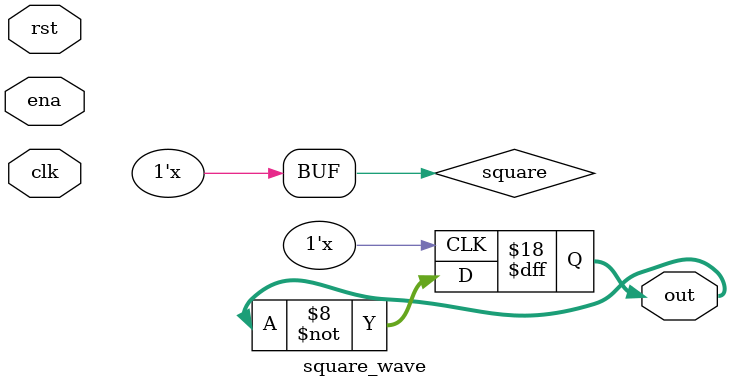
<source format=sv>
module square_wave (clk, rst, ena, out);

    parameter N = 8;

    input wire clk, rst, ena;

    output logic [$clog2(N-1):0] out = 0;
    logic [$clog2(N-1):0] q, mid;

    logic square;

    always_ff @(posedge clk) begin
        if (rst) q <= 0;
        mid <= q;
    end

    always_comb begin
        square = N == q;
        if (N & q) q = 0;
        if (ena) q = mid + 1;
    end

    always_ff @(posedge square) begin
        out <= ~out;
    end

endmodule
</source>
